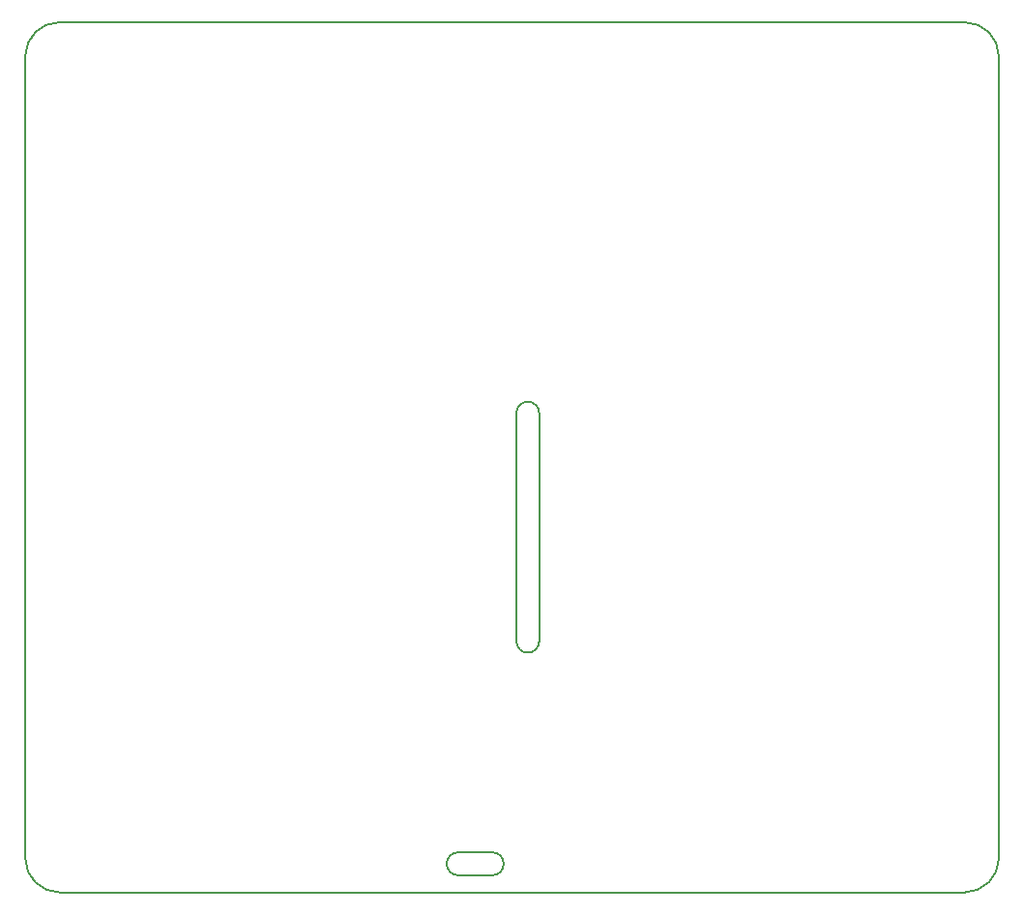
<source format=gbr>
%TF.GenerationSoftware,KiCad,Pcbnew,4.0.5*%
%TF.CreationDate,2017-05-22T14:14:15+02:00*%
%TF.ProjectId,Echtzeitsystem,456368747A65697473797374656D2E6B,1.1*%
%TF.FileFunction,Profile,NP*%
%FSLAX46Y46*%
G04 Gerber Fmt 4.6, Leading zero omitted, Abs format (unit mm)*
G04 Created by KiCad (PCBNEW 4.0.5) date Mon May 22 14:14:15 2017*
%MOMM*%
%LPD*%
G01*
G04 APERTURE LIST*
%ADD10C,0.100000*%
%ADD11C,0.150000*%
G04 APERTURE END LIST*
D10*
D11*
X158400000Y-134500000D02*
X159900000Y-134500000D01*
X159900000Y-132500000D02*
X158400000Y-132500000D01*
X159900000Y-134500000D02*
X161400000Y-134500000D01*
X159900000Y-132500000D02*
X161400000Y-132500000D01*
X158400000Y-132500000D02*
G75*
G03X157400000Y-133500000I0J-1000000D01*
G01*
X157400000Y-133500000D02*
G75*
G03X158400000Y-134500000I1000000J0D01*
G01*
X162400000Y-133500000D02*
G75*
G03X161400000Y-132500000I-1000000J0D01*
G01*
X161400000Y-134500000D02*
G75*
G03X162400000Y-133500000I0J1000000D01*
G01*
X163500000Y-114000000D02*
G75*
G03X164500000Y-115000000I1000000J0D01*
G01*
X164500000Y-115000000D02*
G75*
G03X165500000Y-114000000I0J1000000D01*
G01*
X164500000Y-93000000D02*
G75*
G03X163500000Y-94000000I0J-1000000D01*
G01*
X165500000Y-94000000D02*
G75*
G03X164500000Y-93000000I-1000000J0D01*
G01*
X163500000Y-114000000D02*
X163500000Y-94000000D01*
X165500000Y-94000000D02*
X165500000Y-114000000D01*
X205750000Y-133000000D02*
X205750000Y-62750000D01*
X205750000Y-62750000D02*
G75*
G03X202750000Y-59750000I-3000000J0D01*
G01*
X120500000Y-62750000D02*
X120500000Y-133000000D01*
X123500000Y-59750000D02*
G75*
G03X120500000Y-62750000I0J-3000000D01*
G01*
X123500000Y-59750000D02*
X202750000Y-59750000D01*
X123500000Y-136000000D02*
X202750000Y-136000000D01*
X120500000Y-133000000D02*
G75*
G03X123500000Y-136000000I3000000J0D01*
G01*
X202750000Y-136000000D02*
G75*
G03X205750000Y-133000000I0J3000000D01*
G01*
M02*

</source>
